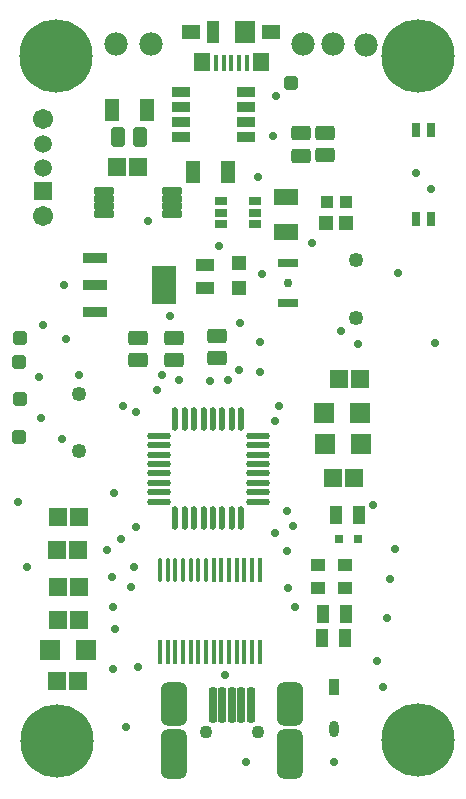
<source format=gts>
G04*
G04 #@! TF.GenerationSoftware,Altium Limited,Altium Designer,19.0.15 (446)*
G04*
G04 Layer_Color=8388736*
%FSLAX44Y44*%
%MOMM*%
G71*
G01*
G75*
%ADD30R,1.5046X1.5562*%
%ADD31R,2.1500X0.9500*%
%ADD32R,2.1500X3.2500*%
%ADD33R,0.7600X1.2700*%
%ADD35R,1.6500X1.3000*%
%ADD36R,1.8000X1.9000*%
%ADD37R,1.0000X1.9000*%
%ADD38R,1.4250X1.5500*%
%ADD39R,0.4500X1.3800*%
%ADD41R,1.2000X1.2000*%
%ADD42R,0.8000X0.8000*%
%ADD43R,1.2500X1.1000*%
%ADD44R,1.7000X1.8000*%
G04:AMPARAMS|DCode=45|XSize=2.0819mm|YSize=0.35mm|CornerRadius=0.0875mm|HoleSize=0mm|Usage=FLASHONLY|Rotation=270.000|XOffset=0mm|YOffset=0mm|HoleType=Round|Shape=RoundedRectangle|*
%AMROUNDEDRECTD45*
21,1,2.0819,0.1750,0,0,270.0*
21,1,1.9069,0.3500,0,0,270.0*
1,1,0.1750,-0.0875,-0.9535*
1,1,0.1750,-0.0875,0.9535*
1,1,0.1750,0.0875,0.9535*
1,1,0.1750,0.0875,-0.9535*
%
%ADD45ROUNDEDRECTD45*%
%ADD46O,0.3500X2.0819*%
%ADD47R,0.8221X1.4082*%
G04:AMPARAMS|DCode=48|XSize=1.4082mm|YSize=0.8221mm|CornerRadius=0.4111mm|HoleSize=0mm|Usage=FLASHONLY|Rotation=270.000|XOffset=0mm|YOffset=0mm|HoleType=Round|Shape=RoundedRectangle|*
%AMROUNDEDRECTD48*
21,1,1.4082,0.0000,0,0,270.0*
21,1,0.5861,0.8221,0,0,270.0*
1,1,0.8221,0.0000,-0.2930*
1,1,0.8221,0.0000,0.2930*
1,1,0.8221,0.0000,0.2930*
1,1,0.8221,0.0000,-0.2930*
%
%ADD48ROUNDEDRECTD48*%
%ADD49R,1.7000X0.8000*%
G04:AMPARAMS|DCode=54|XSize=0.5658mm|YSize=2.0044mm|CornerRadius=0.2829mm|HoleSize=0mm|Usage=FLASHONLY|Rotation=0.000|XOffset=0mm|YOffset=0mm|HoleType=Round|Shape=RoundedRectangle|*
%AMROUNDEDRECTD54*
21,1,0.5658,1.4386,0,0,0.0*
21,1,0.0000,2.0044,0,0,0.0*
1,1,0.5658,0.0000,-0.7193*
1,1,0.5658,0.0000,-0.7193*
1,1,0.5658,0.0000,0.7193*
1,1,0.5658,0.0000,0.7193*
%
%ADD54ROUNDEDRECTD54*%
G04:AMPARAMS|DCode=55|XSize=2.0044mm|YSize=0.5658mm|CornerRadius=0.2829mm|HoleSize=0mm|Usage=FLASHONLY|Rotation=0.000|XOffset=0mm|YOffset=0mm|HoleType=Round|Shape=RoundedRectangle|*
%AMROUNDEDRECTD55*
21,1,2.0044,0.0000,0,0,0.0*
21,1,1.4386,0.5658,0,0,0.0*
1,1,0.5658,0.7193,0.0000*
1,1,0.5658,-0.7193,0.0000*
1,1,0.5658,-0.7193,0.0000*
1,1,0.5658,0.7193,0.0000*
%
%ADD55ROUNDEDRECTD55*%
%ADD56O,2.0044X0.5658*%
%ADD57R,1.5032X0.9032*%
%ADD58R,1.0033X0.7137*%
G04:AMPARAMS|DCode=59|XSize=1.2192mm|YSize=1.2192mm|CornerRadius=0.3556mm|HoleSize=0mm|Usage=FLASHONLY|Rotation=90.000|XOffset=0mm|YOffset=0mm|HoleType=Round|Shape=RoundedRectangle|*
%AMROUNDEDRECTD59*
21,1,1.2192,0.5080,0,0,90.0*
21,1,0.5080,1.2192,0,0,90.0*
1,1,0.7112,0.2540,0.2540*
1,1,0.7112,0.2540,-0.2540*
1,1,0.7112,-0.2540,-0.2540*
1,1,0.7112,-0.2540,0.2540*
%
%ADD59ROUNDEDRECTD59*%
G04:AMPARAMS|DCode=60|XSize=1.7632mm|YSize=0.6032mm|CornerRadius=0.1516mm|HoleSize=0mm|Usage=FLASHONLY|Rotation=0.000|XOffset=0mm|YOffset=0mm|HoleType=Round|Shape=RoundedRectangle|*
%AMROUNDEDRECTD60*
21,1,1.7632,0.3000,0,0,0.0*
21,1,1.4600,0.6032,0,0,0.0*
1,1,0.3032,0.7300,-0.1500*
1,1,0.3032,-0.7300,-0.1500*
1,1,0.3032,-0.7300,0.1500*
1,1,0.3032,0.7300,0.1500*
%
%ADD60ROUNDEDRECTD60*%
%ADD61R,1.1732X1.9332*%
%ADD62R,1.3032X1.2032*%
%ADD63R,1.0132X1.1332*%
G04:AMPARAMS|DCode=64|XSize=1.2032mm|YSize=1.6232mm|CornerRadius=0.2266mm|HoleSize=0mm|Usage=FLASHONLY|Rotation=90.000|XOffset=0mm|YOffset=0mm|HoleType=Round|Shape=RoundedRectangle|*
%AMROUNDEDRECTD64*
21,1,1.2032,1.1700,0,0,90.0*
21,1,0.7500,1.6232,0,0,90.0*
1,1,0.4532,0.5850,0.3750*
1,1,0.4532,0.5850,-0.3750*
1,1,0.4532,-0.5850,-0.3750*
1,1,0.4532,-0.5850,0.3750*
%
%ADD64ROUNDEDRECTD64*%
G04:AMPARAMS|DCode=65|XSize=1.2032mm|YSize=1.6232mm|CornerRadius=0.2266mm|HoleSize=0mm|Usage=FLASHONLY|Rotation=0.000|XOffset=0mm|YOffset=0mm|HoleType=Round|Shape=RoundedRectangle|*
%AMROUNDEDRECTD65*
21,1,1.2032,1.1700,0,0,0.0*
21,1,0.7500,1.6232,0,0,0.0*
1,1,0.4532,0.3750,-0.5850*
1,1,0.4532,-0.3750,-0.5850*
1,1,0.4532,-0.3750,0.5850*
1,1,0.4532,0.3750,0.5850*
%
%ADD65ROUNDEDRECTD65*%
%ADD66R,1.1232X1.5832*%
%ADD67R,1.5832X1.1232*%
%ADD68R,2.0232X1.4132*%
G04:AMPARAMS|DCode=69|XSize=1.2192mm|YSize=1.2192mm|CornerRadius=0.3556mm|HoleSize=0mm|Usage=FLASHONLY|Rotation=0.000|XOffset=0mm|YOffset=0mm|HoleType=Round|Shape=RoundedRectangle|*
%AMROUNDEDRECTD69*
21,1,1.2192,0.5080,0,0,0.0*
21,1,0.5080,1.2192,0,0,0.0*
1,1,0.7112,0.2540,-0.2540*
1,1,0.7112,-0.2540,-0.2540*
1,1,0.7112,-0.2540,0.2540*
1,1,0.7112,0.2540,0.2540*
%
%ADD69ROUNDEDRECTD69*%
G04:AMPARAMS|DCode=70|XSize=3.0032mm|YSize=0.7032mm|CornerRadius=0.2266mm|HoleSize=0mm|Usage=FLASHONLY|Rotation=270.000|XOffset=0mm|YOffset=0mm|HoleType=Round|Shape=RoundedRectangle|*
%AMROUNDEDRECTD70*
21,1,3.0032,0.2500,0,0,270.0*
21,1,2.5500,0.7032,0,0,270.0*
1,1,0.4532,-0.1250,-1.2750*
1,1,0.4532,-0.1250,1.2750*
1,1,0.4532,0.1250,1.2750*
1,1,0.4532,0.1250,-1.2750*
%
%ADD70ROUNDEDRECTD70*%
G04:AMPARAMS|DCode=71|XSize=3.7032mm|YSize=2.2532mm|CornerRadius=0.6141mm|HoleSize=0mm|Usage=FLASHONLY|Rotation=270.000|XOffset=0mm|YOffset=0mm|HoleType=Round|Shape=RoundedRectangle|*
%AMROUNDEDRECTD71*
21,1,3.7032,1.0250,0,0,270.0*
21,1,2.4750,2.2532,0,0,270.0*
1,1,1.2282,-0.5125,-1.2375*
1,1,1.2282,-0.5125,1.2375*
1,1,1.2282,0.5125,1.2375*
1,1,1.2282,0.5125,-1.2375*
%
%ADD71ROUNDEDRECTD71*%
G04:AMPARAMS|DCode=72|XSize=4.2032mm|YSize=2.2532mm|CornerRadius=0.6141mm|HoleSize=0mm|Usage=FLASHONLY|Rotation=270.000|XOffset=0mm|YOffset=0mm|HoleType=Round|Shape=RoundedRectangle|*
%AMROUNDEDRECTD72*
21,1,4.2032,1.0250,0,0,270.0*
21,1,2.9750,2.2532,0,0,270.0*
1,1,1.2282,-0.5125,-1.4875*
1,1,1.2282,-0.5125,1.4875*
1,1,1.2282,0.5125,1.4875*
1,1,1.2282,0.5125,-1.4875*
%
%ADD72ROUNDEDRECTD72*%
G04:AMPARAMS|DCode=73|XSize=3.7032mm|YSize=2.2532mm|CornerRadius=0.6141mm|HoleSize=0mm|Usage=FLASHONLY|Rotation=270.000|XOffset=0mm|YOffset=0mm|HoleType=Round|Shape=RoundedRectangle|*
%AMROUNDEDRECTD73*
21,1,3.7032,1.0250,0,0,270.0*
21,1,2.4750,2.2532,0,0,270.0*
1,1,1.2282,-0.5125,-1.2375*
1,1,1.2282,-0.5125,1.2375*
1,1,1.2282,0.5125,1.2375*
1,1,1.2282,0.5125,-1.2375*
%
%ADD73ROUNDEDRECTD73*%
%ADD74C,6.2032*%
%ADD75R,1.5112X1.5112*%
%ADD76C,1.5112*%
%ADD77C,1.7032*%
%ADD78C,1.2532*%
%ADD79C,0.7500*%
%ADD80C,1.1032*%
%ADD81C,0.7112*%
%ADD82C,1.9812*%
D30*
X51057Y485464D02*
D03*
X69072D02*
D03*
X18773Y189777D02*
D03*
X757D02*
D03*
X18424Y161333D02*
D03*
X408D02*
D03*
X233761Y222757D02*
D03*
X251777D02*
D03*
X256824Y305927D02*
D03*
X238808D02*
D03*
X18974Y130176D02*
D03*
X958D02*
D03*
X19155Y102668D02*
D03*
X1139D02*
D03*
X18301Y50640D02*
D03*
X285D02*
D03*
D31*
X32788Y408665D02*
D03*
Y385665D02*
D03*
Y362664D02*
D03*
D32*
X90788Y385665D02*
D03*
D33*
X304391Y517504D02*
D03*
X317091D02*
D03*
Y441604D02*
D03*
X304391D02*
D03*
D35*
X181661Y600166D02*
D03*
X114161D02*
D03*
D36*
X159411D02*
D03*
D37*
X132411D02*
D03*
D38*
X172785Y574416D02*
D03*
X123036D02*
D03*
D39*
X160910Y573567D02*
D03*
X154411D02*
D03*
X147911D02*
D03*
X141410D02*
D03*
X134911D02*
D03*
D41*
X154635Y404151D02*
D03*
Y383151D02*
D03*
D42*
X238899Y171164D02*
D03*
X255398D02*
D03*
D43*
X220992Y148418D02*
D03*
X244492D02*
D03*
X244405Y129196D02*
D03*
X220905D02*
D03*
D44*
X227093Y251016D02*
D03*
X257593D02*
D03*
X226539Y277314D02*
D03*
X257040D02*
D03*
X-5420Y76691D02*
D03*
X25081D02*
D03*
D45*
X172060Y144720D02*
D03*
X165560D02*
D03*
X159060D02*
D03*
X152560D02*
D03*
X146060D02*
D03*
X139560D02*
D03*
X133060D02*
D03*
X87560Y75441D02*
D03*
X94060D02*
D03*
X100560D02*
D03*
X107060D02*
D03*
X113560D02*
D03*
X120060D02*
D03*
X126560D02*
D03*
X133060D02*
D03*
X139560D02*
D03*
X146060D02*
D03*
X152560D02*
D03*
X159060D02*
D03*
X165560D02*
D03*
X172060D02*
D03*
D46*
X126560Y144720D02*
D03*
X120060D02*
D03*
X113560D02*
D03*
X107060D02*
D03*
X100560D02*
D03*
X94060D02*
D03*
X87560D02*
D03*
D47*
X234425Y45346D02*
D03*
D48*
Y9746D02*
D03*
D49*
X195552Y404561D02*
D03*
Y370561D02*
D03*
D54*
X100420Y272113D02*
D03*
X108420D02*
D03*
X116420D02*
D03*
X124420D02*
D03*
X132420D02*
D03*
X140420D02*
D03*
X148420Y272113D02*
D03*
X156420Y272113D02*
D03*
Y188607D02*
D03*
X148420D02*
D03*
X140420D02*
D03*
X132420D02*
D03*
X124420D02*
D03*
X116420D02*
D03*
X108420D02*
D03*
X100420D02*
D03*
D55*
X170173Y258360D02*
D03*
Y250360D02*
D03*
Y242360D02*
D03*
Y234360D02*
D03*
Y226360D02*
D03*
Y218360D02*
D03*
X170173Y210360D02*
D03*
X170173Y202360D02*
D03*
X86667D02*
D03*
X86667Y210360D02*
D03*
X86667Y218360D02*
D03*
Y226360D02*
D03*
Y234360D02*
D03*
Y242360D02*
D03*
Y250360D02*
D03*
D56*
Y258360D02*
D03*
D57*
X160612Y536341D02*
D03*
Y549041D02*
D03*
Y523641D02*
D03*
Y510941D02*
D03*
X105612Y536341D02*
D03*
Y549041D02*
D03*
Y523641D02*
D03*
Y510941D02*
D03*
D58*
X167975Y456594D02*
D03*
Y447196D02*
D03*
Y437798D02*
D03*
X139019D02*
D03*
Y447196D02*
D03*
Y456594D02*
D03*
D59*
X198543Y557262D02*
D03*
D60*
X97659Y465441D02*
D03*
Y458941D02*
D03*
Y452441D02*
D03*
Y445941D02*
D03*
X40059D02*
D03*
Y452441D02*
D03*
Y458941D02*
D03*
Y465441D02*
D03*
D61*
X46798Y533840D02*
D03*
X76398D02*
D03*
X115405Y481330D02*
D03*
X145005D02*
D03*
D62*
X227803Y438513D02*
D03*
X244803D02*
D03*
D63*
X244916Y456047D02*
D03*
X228716D02*
D03*
D64*
X206526Y514212D02*
D03*
Y495512D02*
D03*
X227269Y514292D02*
D03*
Y495592D02*
D03*
X135610Y323744D02*
D03*
Y342444D02*
D03*
X68547Y341301D02*
D03*
Y322601D02*
D03*
X99481Y341306D02*
D03*
Y322606D02*
D03*
D65*
X51768Y510879D02*
D03*
X70468D02*
D03*
D66*
X243894Y86664D02*
D03*
X224794D02*
D03*
X244767Y107733D02*
D03*
X225667D02*
D03*
X236616Y190823D02*
D03*
X255716D02*
D03*
D67*
X125206Y383292D02*
D03*
Y402392D02*
D03*
D68*
X193844Y460044D02*
D03*
Y431044D02*
D03*
D69*
X-31120Y341430D02*
D03*
X-31770Y257050D02*
D03*
X-30950Y289460D02*
D03*
X-31940Y320740D02*
D03*
D70*
X148364Y30689D02*
D03*
X164364D02*
D03*
X156364D02*
D03*
X132364D02*
D03*
X140364D02*
D03*
D71*
X197614Y30940D02*
D03*
D72*
Y-11561D02*
D03*
X99114D02*
D03*
D73*
Y30940D02*
D03*
D74*
X-180Y580050D02*
D03*
X306074Y579945D02*
D03*
X305991Y325D02*
D03*
X0Y0D02*
D03*
D75*
X-11571Y465312D02*
D03*
D76*
Y485312D02*
D03*
Y505312D02*
D03*
D77*
Y444311D02*
D03*
Y526311D02*
D03*
D78*
X253698Y406991D02*
D03*
Y358191D02*
D03*
X18773Y245006D02*
D03*
Y293806D02*
D03*
D79*
X195552Y387561D02*
D03*
D80*
X170364Y7439D02*
D03*
X126364D02*
D03*
D81*
X286318Y161969D02*
D03*
X142537Y55512D02*
D03*
X69301Y62646D02*
D03*
X255071Y336073D02*
D03*
X267917Y199428D02*
D03*
X185596Y545715D02*
D03*
X58364Y11272D02*
D03*
X234853Y-17927D02*
D03*
X271254Y67813D02*
D03*
X160645Y-17901D02*
D03*
X276556Y45603D02*
D03*
X317091Y467474D02*
D03*
X320376Y337049D02*
D03*
X288974Y395883D02*
D03*
X173646Y395168D02*
D03*
X304391Y480378D02*
D03*
X137552Y418989D02*
D03*
X240972Y347009D02*
D03*
X172323Y337681D02*
D03*
X56305Y283500D02*
D03*
X6464Y385690D02*
D03*
X-14863Y308388D02*
D03*
X-13061Y273034D02*
D03*
X76949Y440379D02*
D03*
X170350Y477559D02*
D03*
X183357Y511795D02*
D03*
X216568Y421332D02*
D03*
X19358Y309658D02*
D03*
X172231Y312335D02*
D03*
X154197Y313828D02*
D03*
X188193Y283373D02*
D03*
X185273Y270898D02*
D03*
X89065Y309481D02*
D03*
X129972Y304741D02*
D03*
X103630Y305332D02*
D03*
X144986Y305332D02*
D03*
X155188Y354029D02*
D03*
X8218Y339806D02*
D03*
X85370Y296595D02*
D03*
X4340Y255829D02*
D03*
X96367Y359582D02*
D03*
X201621Y113562D02*
D03*
X282561Y137086D02*
D03*
X196156Y129522D02*
D03*
X279947Y103674D02*
D03*
X67481Y278174D02*
D03*
X48609Y209805D02*
D03*
X67241Y180775D02*
D03*
X54258Y171233D02*
D03*
X62843Y130282D02*
D03*
X47228Y138957D02*
D03*
X42476Y161334D02*
D03*
X-32824Y202080D02*
D03*
X49770Y94232D02*
D03*
X47682Y60875D02*
D03*
X-25186Y147267D02*
D03*
X-11370Y352399D02*
D03*
X47616Y112966D02*
D03*
X194690Y160720D02*
D03*
X65120Y147530D02*
D03*
X195300Y194570D02*
D03*
X185040Y176190D02*
D03*
X200530Y182050D02*
D03*
D82*
X261562Y589053D02*
D03*
X50405Y589609D02*
D03*
X80084Y590142D02*
D03*
X208196Y590245D02*
D03*
X234195Y589661D02*
D03*
M02*

</source>
